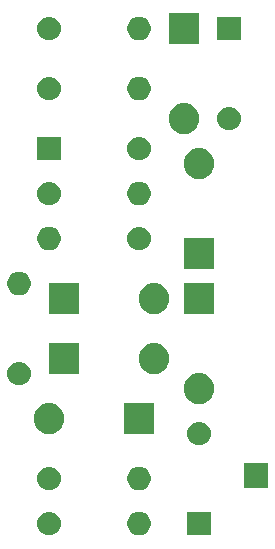
<source format=gbr>
G04 #@! TF.GenerationSoftware,KiCad,Pcbnew,(5.0.1)-3*
G04 #@! TF.CreationDate,2018-11-23T20:39:56-05:00*
G04 #@! TF.ProjectId,OdysseyDaughterCardGateMatrix,4F647973736579446175676874657243,1.0*
G04 #@! TF.SameCoordinates,Original*
G04 #@! TF.FileFunction,Soldermask,Top*
G04 #@! TF.FilePolarity,Negative*
%FSLAX46Y46*%
G04 Gerber Fmt 4.6, Leading zero omitted, Abs format (unit mm)*
G04 Created by KiCad (PCBNEW (5.0.1)-3) date 11/23/2018 8:39:56 PM*
%MOMM*%
%LPD*%
G01*
G04 APERTURE LIST*
%ADD10C,0.100000*%
G04 APERTURE END LIST*
D10*
G36*
X139896030Y-120934469D02*
X139896033Y-120934470D01*
X139896034Y-120934470D01*
X140084535Y-120991651D01*
X140084537Y-120991652D01*
X140258260Y-121084509D01*
X140410528Y-121209472D01*
X140535491Y-121361740D01*
X140628348Y-121535463D01*
X140685531Y-121723970D01*
X140704838Y-121920000D01*
X140685531Y-122116030D01*
X140628348Y-122304537D01*
X140535491Y-122478260D01*
X140410528Y-122630528D01*
X140258260Y-122755491D01*
X140258258Y-122755492D01*
X140084535Y-122848349D01*
X139896034Y-122905530D01*
X139896033Y-122905530D01*
X139896030Y-122905531D01*
X139749124Y-122920000D01*
X139650876Y-122920000D01*
X139503970Y-122905531D01*
X139503967Y-122905530D01*
X139503966Y-122905530D01*
X139315465Y-122848349D01*
X139141742Y-122755492D01*
X139141740Y-122755491D01*
X138989472Y-122630528D01*
X138864509Y-122478260D01*
X138771652Y-122304537D01*
X138714469Y-122116030D01*
X138695162Y-121920000D01*
X138714469Y-121723970D01*
X138771652Y-121535463D01*
X138864509Y-121361740D01*
X138989472Y-121209472D01*
X139141740Y-121084509D01*
X139315463Y-120991652D01*
X139315465Y-120991651D01*
X139503966Y-120934470D01*
X139503967Y-120934470D01*
X139503970Y-120934469D01*
X139650876Y-120920000D01*
X139749124Y-120920000D01*
X139896030Y-120934469D01*
X139896030Y-120934469D01*
G37*
G36*
X147495770Y-120935372D02*
X147611689Y-120958429D01*
X147793678Y-121033811D01*
X147957463Y-121143249D01*
X148096751Y-121282537D01*
X148206189Y-121446322D01*
X148281571Y-121628311D01*
X148320000Y-121821509D01*
X148320000Y-122018491D01*
X148281571Y-122211689D01*
X148206189Y-122393678D01*
X148096751Y-122557463D01*
X147957463Y-122696751D01*
X147793678Y-122806189D01*
X147611689Y-122881571D01*
X147495770Y-122904628D01*
X147418493Y-122920000D01*
X147221507Y-122920000D01*
X147144230Y-122904628D01*
X147028311Y-122881571D01*
X146846322Y-122806189D01*
X146682537Y-122696751D01*
X146543249Y-122557463D01*
X146433811Y-122393678D01*
X146358429Y-122211689D01*
X146320000Y-122018491D01*
X146320000Y-121821509D01*
X146358429Y-121628311D01*
X146433811Y-121446322D01*
X146543249Y-121282537D01*
X146682537Y-121143249D01*
X146846322Y-121033811D01*
X147028311Y-120958429D01*
X147144230Y-120935372D01*
X147221507Y-120920000D01*
X147418493Y-120920000D01*
X147495770Y-120935372D01*
X147495770Y-120935372D01*
G37*
G36*
X153400000Y-122920000D02*
X151400000Y-122920000D01*
X151400000Y-120920000D01*
X153400000Y-120920000D01*
X153400000Y-122920000D01*
X153400000Y-122920000D01*
G37*
G36*
X147495770Y-117125372D02*
X147611689Y-117148429D01*
X147793678Y-117223811D01*
X147957463Y-117333249D01*
X148096751Y-117472537D01*
X148206189Y-117636322D01*
X148281571Y-117818311D01*
X148320000Y-118011509D01*
X148320000Y-118208491D01*
X148281571Y-118401689D01*
X148206189Y-118583678D01*
X148096751Y-118747463D01*
X147957463Y-118886751D01*
X147793678Y-118996189D01*
X147611689Y-119071571D01*
X147495770Y-119094628D01*
X147418493Y-119110000D01*
X147221507Y-119110000D01*
X147144230Y-119094628D01*
X147028311Y-119071571D01*
X146846322Y-118996189D01*
X146682537Y-118886751D01*
X146543249Y-118747463D01*
X146433811Y-118583678D01*
X146358429Y-118401689D01*
X146320000Y-118208491D01*
X146320000Y-118011509D01*
X146358429Y-117818311D01*
X146433811Y-117636322D01*
X146543249Y-117472537D01*
X146682537Y-117333249D01*
X146846322Y-117223811D01*
X147028311Y-117148429D01*
X147144230Y-117125372D01*
X147221507Y-117110000D01*
X147418493Y-117110000D01*
X147495770Y-117125372D01*
X147495770Y-117125372D01*
G37*
G36*
X139896030Y-117124469D02*
X139896033Y-117124470D01*
X139896034Y-117124470D01*
X140084535Y-117181651D01*
X140084537Y-117181652D01*
X140258260Y-117274509D01*
X140410528Y-117399472D01*
X140535491Y-117551740D01*
X140628348Y-117725463D01*
X140685531Y-117913970D01*
X140704838Y-118110000D01*
X140685531Y-118306030D01*
X140628348Y-118494537D01*
X140535491Y-118668260D01*
X140410528Y-118820528D01*
X140258260Y-118945491D01*
X140258258Y-118945492D01*
X140084535Y-119038349D01*
X139896034Y-119095530D01*
X139896033Y-119095530D01*
X139896030Y-119095531D01*
X139749124Y-119110000D01*
X139650876Y-119110000D01*
X139503970Y-119095531D01*
X139503967Y-119095530D01*
X139503966Y-119095530D01*
X139315465Y-119038349D01*
X139141742Y-118945492D01*
X139141740Y-118945491D01*
X138989472Y-118820528D01*
X138864509Y-118668260D01*
X138771652Y-118494537D01*
X138714469Y-118306030D01*
X138695162Y-118110000D01*
X138714469Y-117913970D01*
X138771652Y-117725463D01*
X138864509Y-117551740D01*
X138989472Y-117399472D01*
X139141740Y-117274509D01*
X139315463Y-117181652D01*
X139315465Y-117181651D01*
X139503966Y-117124470D01*
X139503967Y-117124470D01*
X139503970Y-117124469D01*
X139650876Y-117110000D01*
X139749124Y-117110000D01*
X139896030Y-117124469D01*
X139896030Y-117124469D01*
G37*
G36*
X158276000Y-118906000D02*
X156176000Y-118906000D01*
X156176000Y-116806000D01*
X158276000Y-116806000D01*
X158276000Y-118906000D01*
X158276000Y-118906000D01*
G37*
G36*
X152596030Y-113314469D02*
X152596033Y-113314470D01*
X152596034Y-113314470D01*
X152784535Y-113371651D01*
X152784537Y-113371652D01*
X152958260Y-113464509D01*
X153110528Y-113589472D01*
X153235491Y-113741740D01*
X153328348Y-113915463D01*
X153385531Y-114103970D01*
X153404838Y-114300000D01*
X153385531Y-114496030D01*
X153328348Y-114684537D01*
X153235491Y-114858260D01*
X153110528Y-115010528D01*
X152958260Y-115135491D01*
X152958258Y-115135492D01*
X152784535Y-115228349D01*
X152596034Y-115285530D01*
X152596033Y-115285530D01*
X152596030Y-115285531D01*
X152449124Y-115300000D01*
X152350876Y-115300000D01*
X152203970Y-115285531D01*
X152203967Y-115285530D01*
X152203966Y-115285530D01*
X152015465Y-115228349D01*
X151841742Y-115135492D01*
X151841740Y-115135491D01*
X151689472Y-115010528D01*
X151564509Y-114858260D01*
X151471652Y-114684537D01*
X151414469Y-114496030D01*
X151395162Y-114300000D01*
X151414469Y-114103970D01*
X151471652Y-113915463D01*
X151564509Y-113741740D01*
X151689472Y-113589472D01*
X151841740Y-113464509D01*
X152015463Y-113371652D01*
X152015465Y-113371651D01*
X152203966Y-113314470D01*
X152203967Y-113314470D01*
X152203970Y-113314469D01*
X152350876Y-113300000D01*
X152449124Y-113300000D01*
X152596030Y-113314469D01*
X152596030Y-113314469D01*
G37*
G36*
X148620000Y-114330000D02*
X146020000Y-114330000D01*
X146020000Y-111730000D01*
X148620000Y-111730000D01*
X148620000Y-114330000D01*
X148620000Y-114330000D01*
G37*
G36*
X139954845Y-111748810D02*
X140199896Y-111823145D01*
X140425736Y-111943860D01*
X140623687Y-112106313D01*
X140786140Y-112304264D01*
X140906855Y-112530104D01*
X140981190Y-112775155D01*
X141006290Y-113030000D01*
X140981190Y-113284845D01*
X140906855Y-113529896D01*
X140786140Y-113755736D01*
X140623687Y-113953687D01*
X140425736Y-114116140D01*
X140199896Y-114236855D01*
X139954845Y-114311190D01*
X139763864Y-114330000D01*
X139636136Y-114330000D01*
X139445155Y-114311190D01*
X139200104Y-114236855D01*
X138974264Y-114116140D01*
X138776313Y-113953687D01*
X138613860Y-113755736D01*
X138493145Y-113529896D01*
X138418810Y-113284845D01*
X138393710Y-113030000D01*
X138418810Y-112775155D01*
X138493145Y-112530104D01*
X138613860Y-112304264D01*
X138776313Y-112106313D01*
X138974264Y-111943860D01*
X139200104Y-111823145D01*
X139445155Y-111748810D01*
X139636136Y-111730000D01*
X139763864Y-111730000D01*
X139954845Y-111748810D01*
X139954845Y-111748810D01*
G37*
G36*
X152654845Y-109208810D02*
X152899896Y-109283145D01*
X153125736Y-109403860D01*
X153323687Y-109566313D01*
X153486140Y-109764264D01*
X153606855Y-109990104D01*
X153681190Y-110235155D01*
X153706290Y-110490000D01*
X153681190Y-110744845D01*
X153606855Y-110989896D01*
X153486140Y-111215736D01*
X153323687Y-111413687D01*
X153125736Y-111576140D01*
X152899896Y-111696855D01*
X152654845Y-111771190D01*
X152463864Y-111790000D01*
X152336136Y-111790000D01*
X152145155Y-111771190D01*
X151900104Y-111696855D01*
X151674264Y-111576140D01*
X151476313Y-111413687D01*
X151313860Y-111215736D01*
X151193145Y-110989896D01*
X151118810Y-110744845D01*
X151093710Y-110490000D01*
X151118810Y-110235155D01*
X151193145Y-109990104D01*
X151313860Y-109764264D01*
X151476313Y-109566313D01*
X151674264Y-109403860D01*
X151900104Y-109283145D01*
X152145155Y-109208810D01*
X152336136Y-109190000D01*
X152463864Y-109190000D01*
X152654845Y-109208810D01*
X152654845Y-109208810D01*
G37*
G36*
X137356030Y-108234469D02*
X137356033Y-108234470D01*
X137356034Y-108234470D01*
X137544535Y-108291651D01*
X137544537Y-108291652D01*
X137718260Y-108384509D01*
X137870528Y-108509472D01*
X137995491Y-108661740D01*
X138088348Y-108835463D01*
X138145531Y-109023970D01*
X138164838Y-109220000D01*
X138145531Y-109416030D01*
X138088348Y-109604537D01*
X137995491Y-109778260D01*
X137870528Y-109930528D01*
X137718260Y-110055491D01*
X137718258Y-110055492D01*
X137544535Y-110148349D01*
X137356034Y-110205530D01*
X137356033Y-110205530D01*
X137356030Y-110205531D01*
X137209124Y-110220000D01*
X137110876Y-110220000D01*
X136963970Y-110205531D01*
X136963967Y-110205530D01*
X136963966Y-110205530D01*
X136775465Y-110148349D01*
X136601742Y-110055492D01*
X136601740Y-110055491D01*
X136449472Y-109930528D01*
X136324509Y-109778260D01*
X136231652Y-109604537D01*
X136174469Y-109416030D01*
X136155162Y-109220000D01*
X136174469Y-109023970D01*
X136231652Y-108835463D01*
X136324509Y-108661740D01*
X136449472Y-108509472D01*
X136601740Y-108384509D01*
X136775463Y-108291652D01*
X136775465Y-108291651D01*
X136963966Y-108234470D01*
X136963967Y-108234470D01*
X136963970Y-108234469D01*
X137110876Y-108220000D01*
X137209124Y-108220000D01*
X137356030Y-108234469D01*
X137356030Y-108234469D01*
G37*
G36*
X142270000Y-109250000D02*
X139670000Y-109250000D01*
X139670000Y-106650000D01*
X142270000Y-106650000D01*
X142270000Y-109250000D01*
X142270000Y-109250000D01*
G37*
G36*
X148844845Y-106668810D02*
X149089896Y-106743145D01*
X149315736Y-106863860D01*
X149513687Y-107026313D01*
X149676140Y-107224264D01*
X149796855Y-107450104D01*
X149871190Y-107695155D01*
X149896290Y-107950000D01*
X149871190Y-108204845D01*
X149796855Y-108449896D01*
X149676140Y-108675736D01*
X149513687Y-108873687D01*
X149315736Y-109036140D01*
X149089896Y-109156855D01*
X148844845Y-109231190D01*
X148653864Y-109250000D01*
X148526136Y-109250000D01*
X148335155Y-109231190D01*
X148090104Y-109156855D01*
X147864264Y-109036140D01*
X147666313Y-108873687D01*
X147503860Y-108675736D01*
X147383145Y-108449896D01*
X147308810Y-108204845D01*
X147283710Y-107950000D01*
X147308810Y-107695155D01*
X147383145Y-107450104D01*
X147503860Y-107224264D01*
X147666313Y-107026313D01*
X147864264Y-106863860D01*
X148090104Y-106743145D01*
X148335155Y-106668810D01*
X148526136Y-106650000D01*
X148653864Y-106650000D01*
X148844845Y-106668810D01*
X148844845Y-106668810D01*
G37*
G36*
X153700000Y-104170000D02*
X151100000Y-104170000D01*
X151100000Y-101570000D01*
X153700000Y-101570000D01*
X153700000Y-104170000D01*
X153700000Y-104170000D01*
G37*
G36*
X148844845Y-101588810D02*
X149089896Y-101663145D01*
X149315736Y-101783860D01*
X149513687Y-101946313D01*
X149676140Y-102144264D01*
X149796855Y-102370104D01*
X149871190Y-102615155D01*
X149896290Y-102870000D01*
X149871190Y-103124845D01*
X149796855Y-103369896D01*
X149676140Y-103595736D01*
X149513687Y-103793687D01*
X149315736Y-103956140D01*
X149089896Y-104076855D01*
X148844845Y-104151190D01*
X148653864Y-104170000D01*
X148526136Y-104170000D01*
X148335155Y-104151190D01*
X148090104Y-104076855D01*
X147864264Y-103956140D01*
X147666313Y-103793687D01*
X147503860Y-103595736D01*
X147383145Y-103369896D01*
X147308810Y-103124845D01*
X147283710Y-102870000D01*
X147308810Y-102615155D01*
X147383145Y-102370104D01*
X147503860Y-102144264D01*
X147666313Y-101946313D01*
X147864264Y-101783860D01*
X148090104Y-101663145D01*
X148335155Y-101588810D01*
X148526136Y-101570000D01*
X148653864Y-101570000D01*
X148844845Y-101588810D01*
X148844845Y-101588810D01*
G37*
G36*
X142270000Y-104170000D02*
X139670000Y-104170000D01*
X139670000Y-101570000D01*
X142270000Y-101570000D01*
X142270000Y-104170000D01*
X142270000Y-104170000D01*
G37*
G36*
X137335770Y-100615372D02*
X137451689Y-100638429D01*
X137633678Y-100713811D01*
X137797463Y-100823249D01*
X137936751Y-100962537D01*
X138046189Y-101126322D01*
X138121571Y-101308311D01*
X138160000Y-101501509D01*
X138160000Y-101698491D01*
X138121571Y-101891689D01*
X138046189Y-102073678D01*
X137936751Y-102237463D01*
X137797463Y-102376751D01*
X137633678Y-102486189D01*
X137451689Y-102561571D01*
X137335770Y-102584628D01*
X137258493Y-102600000D01*
X137061507Y-102600000D01*
X136984230Y-102584628D01*
X136868311Y-102561571D01*
X136686322Y-102486189D01*
X136522537Y-102376751D01*
X136383249Y-102237463D01*
X136273811Y-102073678D01*
X136198429Y-101891689D01*
X136160000Y-101698491D01*
X136160000Y-101501509D01*
X136198429Y-101308311D01*
X136273811Y-101126322D01*
X136383249Y-100962537D01*
X136522537Y-100823249D01*
X136686322Y-100713811D01*
X136868311Y-100638429D01*
X136984230Y-100615372D01*
X137061507Y-100600000D01*
X137258493Y-100600000D01*
X137335770Y-100615372D01*
X137335770Y-100615372D01*
G37*
G36*
X153700000Y-100360000D02*
X151100000Y-100360000D01*
X151100000Y-97760000D01*
X153700000Y-97760000D01*
X153700000Y-100360000D01*
X153700000Y-100360000D01*
G37*
G36*
X147516030Y-96804469D02*
X147516033Y-96804470D01*
X147516034Y-96804470D01*
X147704535Y-96861651D01*
X147704537Y-96861652D01*
X147878260Y-96954509D01*
X148030528Y-97079472D01*
X148155491Y-97231740D01*
X148248348Y-97405463D01*
X148305531Y-97593970D01*
X148324838Y-97790000D01*
X148305531Y-97986030D01*
X148248348Y-98174537D01*
X148155491Y-98348260D01*
X148030528Y-98500528D01*
X147878260Y-98625491D01*
X147878258Y-98625492D01*
X147704535Y-98718349D01*
X147516034Y-98775530D01*
X147516033Y-98775530D01*
X147516030Y-98775531D01*
X147369124Y-98790000D01*
X147270876Y-98790000D01*
X147123970Y-98775531D01*
X147123967Y-98775530D01*
X147123966Y-98775530D01*
X146935465Y-98718349D01*
X146761742Y-98625492D01*
X146761740Y-98625491D01*
X146609472Y-98500528D01*
X146484509Y-98348260D01*
X146391652Y-98174537D01*
X146334469Y-97986030D01*
X146315162Y-97790000D01*
X146334469Y-97593970D01*
X146391652Y-97405463D01*
X146484509Y-97231740D01*
X146609472Y-97079472D01*
X146761740Y-96954509D01*
X146935463Y-96861652D01*
X146935465Y-96861651D01*
X147123966Y-96804470D01*
X147123967Y-96804470D01*
X147123970Y-96804469D01*
X147270876Y-96790000D01*
X147369124Y-96790000D01*
X147516030Y-96804469D01*
X147516030Y-96804469D01*
G37*
G36*
X139875770Y-96805372D02*
X139991689Y-96828429D01*
X140173678Y-96903811D01*
X140337463Y-97013249D01*
X140476751Y-97152537D01*
X140586189Y-97316322D01*
X140661571Y-97498311D01*
X140700000Y-97691509D01*
X140700000Y-97888491D01*
X140661571Y-98081689D01*
X140586189Y-98263678D01*
X140476751Y-98427463D01*
X140337463Y-98566751D01*
X140173678Y-98676189D01*
X139991689Y-98751571D01*
X139875770Y-98774628D01*
X139798493Y-98790000D01*
X139601507Y-98790000D01*
X139524230Y-98774628D01*
X139408311Y-98751571D01*
X139226322Y-98676189D01*
X139062537Y-98566751D01*
X138923249Y-98427463D01*
X138813811Y-98263678D01*
X138738429Y-98081689D01*
X138700000Y-97888491D01*
X138700000Y-97691509D01*
X138738429Y-97498311D01*
X138813811Y-97316322D01*
X138923249Y-97152537D01*
X139062537Y-97013249D01*
X139226322Y-96903811D01*
X139408311Y-96828429D01*
X139524230Y-96805372D01*
X139601507Y-96790000D01*
X139798493Y-96790000D01*
X139875770Y-96805372D01*
X139875770Y-96805372D01*
G37*
G36*
X139896030Y-92994469D02*
X139896033Y-92994470D01*
X139896034Y-92994470D01*
X140084535Y-93051651D01*
X140084537Y-93051652D01*
X140258260Y-93144509D01*
X140410528Y-93269472D01*
X140535491Y-93421740D01*
X140628348Y-93595463D01*
X140685531Y-93783970D01*
X140704838Y-93980000D01*
X140685531Y-94176030D01*
X140628348Y-94364537D01*
X140535491Y-94538260D01*
X140410528Y-94690528D01*
X140258260Y-94815491D01*
X140258258Y-94815492D01*
X140084535Y-94908349D01*
X139896034Y-94965530D01*
X139896033Y-94965530D01*
X139896030Y-94965531D01*
X139749124Y-94980000D01*
X139650876Y-94980000D01*
X139503970Y-94965531D01*
X139503967Y-94965530D01*
X139503966Y-94965530D01*
X139315465Y-94908349D01*
X139141742Y-94815492D01*
X139141740Y-94815491D01*
X138989472Y-94690528D01*
X138864509Y-94538260D01*
X138771652Y-94364537D01*
X138714469Y-94176030D01*
X138695162Y-93980000D01*
X138714469Y-93783970D01*
X138771652Y-93595463D01*
X138864509Y-93421740D01*
X138989472Y-93269472D01*
X139141740Y-93144509D01*
X139315463Y-93051652D01*
X139315465Y-93051651D01*
X139503966Y-92994470D01*
X139503967Y-92994470D01*
X139503970Y-92994469D01*
X139650876Y-92980000D01*
X139749124Y-92980000D01*
X139896030Y-92994469D01*
X139896030Y-92994469D01*
G37*
G36*
X147495770Y-92995372D02*
X147611689Y-93018429D01*
X147793678Y-93093811D01*
X147957463Y-93203249D01*
X148096751Y-93342537D01*
X148206189Y-93506322D01*
X148281571Y-93688311D01*
X148320000Y-93881509D01*
X148320000Y-94078491D01*
X148281571Y-94271689D01*
X148206189Y-94453678D01*
X148096751Y-94617463D01*
X147957463Y-94756751D01*
X147793678Y-94866189D01*
X147611689Y-94941571D01*
X147495770Y-94964628D01*
X147418493Y-94980000D01*
X147221507Y-94980000D01*
X147144230Y-94964628D01*
X147028311Y-94941571D01*
X146846322Y-94866189D01*
X146682537Y-94756751D01*
X146543249Y-94617463D01*
X146433811Y-94453678D01*
X146358429Y-94271689D01*
X146320000Y-94078491D01*
X146320000Y-93881509D01*
X146358429Y-93688311D01*
X146433811Y-93506322D01*
X146543249Y-93342537D01*
X146682537Y-93203249D01*
X146846322Y-93093811D01*
X147028311Y-93018429D01*
X147144230Y-92995372D01*
X147221507Y-92980000D01*
X147418493Y-92980000D01*
X147495770Y-92995372D01*
X147495770Y-92995372D01*
G37*
G36*
X152654845Y-90158810D02*
X152899896Y-90233145D01*
X153125736Y-90353860D01*
X153323687Y-90516313D01*
X153486140Y-90714264D01*
X153606855Y-90940104D01*
X153681190Y-91185155D01*
X153706290Y-91440000D01*
X153681190Y-91694845D01*
X153606855Y-91939896D01*
X153486140Y-92165736D01*
X153323687Y-92363687D01*
X153125736Y-92526140D01*
X152899896Y-92646855D01*
X152654845Y-92721190D01*
X152463864Y-92740000D01*
X152336136Y-92740000D01*
X152145155Y-92721190D01*
X151900104Y-92646855D01*
X151674264Y-92526140D01*
X151476313Y-92363687D01*
X151313860Y-92165736D01*
X151193145Y-91939896D01*
X151118810Y-91694845D01*
X151093710Y-91440000D01*
X151118810Y-91185155D01*
X151193145Y-90940104D01*
X151313860Y-90714264D01*
X151476313Y-90516313D01*
X151674264Y-90353860D01*
X151900104Y-90233145D01*
X152145155Y-90158810D01*
X152336136Y-90140000D01*
X152463864Y-90140000D01*
X152654845Y-90158810D01*
X152654845Y-90158810D01*
G37*
G36*
X147516030Y-89184469D02*
X147516033Y-89184470D01*
X147516034Y-89184470D01*
X147704535Y-89241651D01*
X147704537Y-89241652D01*
X147878260Y-89334509D01*
X148030528Y-89459472D01*
X148155491Y-89611740D01*
X148248348Y-89785463D01*
X148305531Y-89973970D01*
X148324838Y-90170000D01*
X148305531Y-90366030D01*
X148248348Y-90554537D01*
X148155491Y-90728260D01*
X148030528Y-90880528D01*
X147878260Y-91005491D01*
X147878258Y-91005492D01*
X147704535Y-91098349D01*
X147516034Y-91155530D01*
X147516033Y-91155530D01*
X147516030Y-91155531D01*
X147369124Y-91170000D01*
X147270876Y-91170000D01*
X147123970Y-91155531D01*
X147123967Y-91155530D01*
X147123966Y-91155530D01*
X146935465Y-91098349D01*
X146761742Y-91005492D01*
X146761740Y-91005491D01*
X146609472Y-90880528D01*
X146484509Y-90728260D01*
X146391652Y-90554537D01*
X146334469Y-90366030D01*
X146315162Y-90170000D01*
X146334469Y-89973970D01*
X146391652Y-89785463D01*
X146484509Y-89611740D01*
X146609472Y-89459472D01*
X146761740Y-89334509D01*
X146935463Y-89241652D01*
X146935465Y-89241651D01*
X147123966Y-89184470D01*
X147123967Y-89184470D01*
X147123970Y-89184469D01*
X147270876Y-89170000D01*
X147369124Y-89170000D01*
X147516030Y-89184469D01*
X147516030Y-89184469D01*
G37*
G36*
X140700000Y-91170000D02*
X138700000Y-91170000D01*
X138700000Y-89170000D01*
X140700000Y-89170000D01*
X140700000Y-91170000D01*
X140700000Y-91170000D01*
G37*
G36*
X151384845Y-86348810D02*
X151629896Y-86423145D01*
X151855736Y-86543860D01*
X152053687Y-86706313D01*
X152216140Y-86904264D01*
X152336855Y-87130104D01*
X152411190Y-87375155D01*
X152436290Y-87630000D01*
X152411190Y-87884845D01*
X152336855Y-88129896D01*
X152216140Y-88355736D01*
X152053687Y-88553687D01*
X151855736Y-88716140D01*
X151629896Y-88836855D01*
X151384845Y-88911190D01*
X151193864Y-88930000D01*
X151066136Y-88930000D01*
X150875155Y-88911190D01*
X150630104Y-88836855D01*
X150404264Y-88716140D01*
X150206313Y-88553687D01*
X150043860Y-88355736D01*
X149923145Y-88129896D01*
X149848810Y-87884845D01*
X149823710Y-87630000D01*
X149848810Y-87375155D01*
X149923145Y-87130104D01*
X150043860Y-86904264D01*
X150206313Y-86706313D01*
X150404264Y-86543860D01*
X150630104Y-86423145D01*
X150875155Y-86348810D01*
X151066136Y-86330000D01*
X151193864Y-86330000D01*
X151384845Y-86348810D01*
X151384845Y-86348810D01*
G37*
G36*
X155136030Y-86644469D02*
X155136033Y-86644470D01*
X155136034Y-86644470D01*
X155324535Y-86701651D01*
X155324537Y-86701652D01*
X155498260Y-86794509D01*
X155650528Y-86919472D01*
X155775491Y-87071740D01*
X155868348Y-87245463D01*
X155925531Y-87433970D01*
X155944838Y-87630000D01*
X155925531Y-87826030D01*
X155868348Y-88014537D01*
X155775491Y-88188260D01*
X155650528Y-88340528D01*
X155498260Y-88465491D01*
X155498258Y-88465492D01*
X155324535Y-88558349D01*
X155136034Y-88615530D01*
X155136033Y-88615530D01*
X155136030Y-88615531D01*
X154989124Y-88630000D01*
X154890876Y-88630000D01*
X154743970Y-88615531D01*
X154743967Y-88615530D01*
X154743966Y-88615530D01*
X154555465Y-88558349D01*
X154381742Y-88465492D01*
X154381740Y-88465491D01*
X154229472Y-88340528D01*
X154104509Y-88188260D01*
X154011652Y-88014537D01*
X153954469Y-87826030D01*
X153935162Y-87630000D01*
X153954469Y-87433970D01*
X154011652Y-87245463D01*
X154104509Y-87071740D01*
X154229472Y-86919472D01*
X154381740Y-86794509D01*
X154555463Y-86701652D01*
X154555465Y-86701651D01*
X154743966Y-86644470D01*
X154743967Y-86644470D01*
X154743970Y-86644469D01*
X154890876Y-86630000D01*
X154989124Y-86630000D01*
X155136030Y-86644469D01*
X155136030Y-86644469D01*
G37*
G36*
X147495770Y-84105372D02*
X147611689Y-84128429D01*
X147793678Y-84203811D01*
X147957463Y-84313249D01*
X148096751Y-84452537D01*
X148206189Y-84616322D01*
X148281571Y-84798311D01*
X148320000Y-84991509D01*
X148320000Y-85188491D01*
X148281571Y-85381689D01*
X148206189Y-85563678D01*
X148096751Y-85727463D01*
X147957463Y-85866751D01*
X147793678Y-85976189D01*
X147611689Y-86051571D01*
X147495770Y-86074628D01*
X147418493Y-86090000D01*
X147221507Y-86090000D01*
X147144230Y-86074628D01*
X147028311Y-86051571D01*
X146846322Y-85976189D01*
X146682537Y-85866751D01*
X146543249Y-85727463D01*
X146433811Y-85563678D01*
X146358429Y-85381689D01*
X146320000Y-85188491D01*
X146320000Y-84991509D01*
X146358429Y-84798311D01*
X146433811Y-84616322D01*
X146543249Y-84452537D01*
X146682537Y-84313249D01*
X146846322Y-84203811D01*
X147028311Y-84128429D01*
X147144230Y-84105372D01*
X147221507Y-84090000D01*
X147418493Y-84090000D01*
X147495770Y-84105372D01*
X147495770Y-84105372D01*
G37*
G36*
X139896030Y-84104469D02*
X139896033Y-84104470D01*
X139896034Y-84104470D01*
X140084535Y-84161651D01*
X140084537Y-84161652D01*
X140258260Y-84254509D01*
X140410528Y-84379472D01*
X140535491Y-84531740D01*
X140628348Y-84705463D01*
X140685531Y-84893970D01*
X140704838Y-85090000D01*
X140685531Y-85286030D01*
X140628348Y-85474537D01*
X140535491Y-85648260D01*
X140410528Y-85800528D01*
X140258260Y-85925491D01*
X140258258Y-85925492D01*
X140084535Y-86018349D01*
X139896034Y-86075530D01*
X139896033Y-86075530D01*
X139896030Y-86075531D01*
X139749124Y-86090000D01*
X139650876Y-86090000D01*
X139503970Y-86075531D01*
X139503967Y-86075530D01*
X139503966Y-86075530D01*
X139315465Y-86018349D01*
X139141742Y-85925492D01*
X139141740Y-85925491D01*
X138989472Y-85800528D01*
X138864509Y-85648260D01*
X138771652Y-85474537D01*
X138714469Y-85286030D01*
X138695162Y-85090000D01*
X138714469Y-84893970D01*
X138771652Y-84705463D01*
X138864509Y-84531740D01*
X138989472Y-84379472D01*
X139141740Y-84254509D01*
X139315463Y-84161652D01*
X139315465Y-84161651D01*
X139503966Y-84104470D01*
X139503967Y-84104470D01*
X139503970Y-84104469D01*
X139650876Y-84090000D01*
X139749124Y-84090000D01*
X139896030Y-84104469D01*
X139896030Y-84104469D01*
G37*
G36*
X152430000Y-81310000D02*
X149830000Y-81310000D01*
X149830000Y-78710000D01*
X152430000Y-78710000D01*
X152430000Y-81310000D01*
X152430000Y-81310000D01*
G37*
G36*
X139896030Y-79024469D02*
X139896033Y-79024470D01*
X139896034Y-79024470D01*
X140084535Y-79081651D01*
X140084537Y-79081652D01*
X140258260Y-79174509D01*
X140410528Y-79299472D01*
X140535491Y-79451740D01*
X140628348Y-79625463D01*
X140685531Y-79813970D01*
X140704838Y-80010000D01*
X140685531Y-80206030D01*
X140628348Y-80394537D01*
X140535491Y-80568260D01*
X140410528Y-80720528D01*
X140258260Y-80845491D01*
X140258258Y-80845492D01*
X140084535Y-80938349D01*
X139896034Y-80995530D01*
X139896033Y-80995530D01*
X139896030Y-80995531D01*
X139749124Y-81010000D01*
X139650876Y-81010000D01*
X139503970Y-80995531D01*
X139503967Y-80995530D01*
X139503966Y-80995530D01*
X139315465Y-80938349D01*
X139141742Y-80845492D01*
X139141740Y-80845491D01*
X138989472Y-80720528D01*
X138864509Y-80568260D01*
X138771652Y-80394537D01*
X138714469Y-80206030D01*
X138695162Y-80010000D01*
X138714469Y-79813970D01*
X138771652Y-79625463D01*
X138864509Y-79451740D01*
X138989472Y-79299472D01*
X139141740Y-79174509D01*
X139315463Y-79081652D01*
X139315465Y-79081651D01*
X139503966Y-79024470D01*
X139503967Y-79024470D01*
X139503970Y-79024469D01*
X139650876Y-79010000D01*
X139749124Y-79010000D01*
X139896030Y-79024469D01*
X139896030Y-79024469D01*
G37*
G36*
X155940000Y-81010000D02*
X153940000Y-81010000D01*
X153940000Y-79010000D01*
X155940000Y-79010000D01*
X155940000Y-81010000D01*
X155940000Y-81010000D01*
G37*
G36*
X147495770Y-79025372D02*
X147611689Y-79048429D01*
X147793678Y-79123811D01*
X147957463Y-79233249D01*
X148096751Y-79372537D01*
X148206189Y-79536322D01*
X148281571Y-79718311D01*
X148320000Y-79911509D01*
X148320000Y-80108491D01*
X148281571Y-80301689D01*
X148206189Y-80483678D01*
X148096751Y-80647463D01*
X147957463Y-80786751D01*
X147793678Y-80896189D01*
X147611689Y-80971571D01*
X147495770Y-80994628D01*
X147418493Y-81010000D01*
X147221507Y-81010000D01*
X147144230Y-80994628D01*
X147028311Y-80971571D01*
X146846322Y-80896189D01*
X146682537Y-80786751D01*
X146543249Y-80647463D01*
X146433811Y-80483678D01*
X146358429Y-80301689D01*
X146320000Y-80108491D01*
X146320000Y-79911509D01*
X146358429Y-79718311D01*
X146433811Y-79536322D01*
X146543249Y-79372537D01*
X146682537Y-79233249D01*
X146846322Y-79123811D01*
X147028311Y-79048429D01*
X147144230Y-79025372D01*
X147221507Y-79010000D01*
X147418493Y-79010000D01*
X147495770Y-79025372D01*
X147495770Y-79025372D01*
G37*
M02*

</source>
